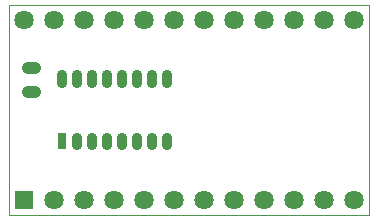
<source format=gts>
G75*
%MOIN*%
%OFA0B0*%
%FSLAX25Y25*%
%IPPOS*%
%LPD*%
%AMOC8*
5,1,8,0,0,1.08239X$1,22.5*
%
%ADD10C,0.00000*%
%ADD11C,0.04059*%
%ADD12R,0.06406X0.06406*%
%ADD13C,0.06406*%
%ADD14R,0.02862X0.05618*%
%ADD15C,0.02834*%
D10*
X0001250Y0001000D02*
X0001250Y0071000D01*
X0121250Y0071000D01*
X0121250Y0001000D01*
X0001250Y0001000D01*
D11*
X0009971Y0042029D02*
X0009971Y0042071D01*
X0009971Y0042029D02*
X0007529Y0042029D01*
X0007529Y0042071D01*
X0009971Y0042071D01*
X0009971Y0049929D02*
X0009971Y0049971D01*
X0009971Y0049929D02*
X0007529Y0049929D01*
X0007529Y0049971D01*
X0009971Y0049971D01*
D12*
X0006250Y0006000D03*
D13*
X0016250Y0006000D03*
X0026250Y0006000D03*
X0036250Y0006000D03*
X0046250Y0006000D03*
X0056250Y0006000D03*
X0066250Y0006000D03*
X0076250Y0006000D03*
X0086250Y0006000D03*
X0096250Y0006000D03*
X0106250Y0006000D03*
X0116250Y0006000D03*
X0116250Y0066000D03*
X0106250Y0066000D03*
X0096250Y0066000D03*
X0086250Y0066000D03*
X0076250Y0066000D03*
X0066250Y0066000D03*
X0056250Y0066000D03*
X0046250Y0066000D03*
X0036250Y0066000D03*
X0026250Y0066000D03*
X0016250Y0066000D03*
X0006250Y0066000D03*
D14*
X0018750Y0025567D03*
D15*
X0023764Y0026959D02*
X0023764Y0024175D01*
X0023736Y0024175D01*
X0023736Y0026959D01*
X0023764Y0026959D01*
X0028764Y0026959D02*
X0028764Y0024175D01*
X0028736Y0024175D01*
X0028736Y0026959D01*
X0028764Y0026959D01*
X0033764Y0026959D02*
X0033764Y0024175D01*
X0033736Y0024175D01*
X0033736Y0026959D01*
X0033764Y0026959D01*
X0038764Y0026959D02*
X0038764Y0024175D01*
X0038736Y0024175D01*
X0038736Y0026959D01*
X0038764Y0026959D01*
X0043764Y0026959D02*
X0043764Y0024175D01*
X0043736Y0024175D01*
X0043736Y0026959D01*
X0043764Y0026959D01*
X0048764Y0026959D02*
X0048764Y0024175D01*
X0048736Y0024175D01*
X0048736Y0026959D01*
X0048764Y0026959D01*
X0053764Y0026959D02*
X0053764Y0024175D01*
X0053736Y0024175D01*
X0053736Y0026959D01*
X0053764Y0026959D01*
X0053764Y0045041D02*
X0053764Y0047825D01*
X0053764Y0045041D02*
X0053736Y0045041D01*
X0053736Y0047825D01*
X0053764Y0047825D01*
X0048764Y0047825D02*
X0048764Y0045041D01*
X0048736Y0045041D01*
X0048736Y0047825D01*
X0048764Y0047825D01*
X0043764Y0047825D02*
X0043764Y0045041D01*
X0043736Y0045041D01*
X0043736Y0047825D01*
X0043764Y0047825D01*
X0038764Y0047825D02*
X0038764Y0045041D01*
X0038736Y0045041D01*
X0038736Y0047825D01*
X0038764Y0047825D01*
X0033764Y0047825D02*
X0033764Y0045041D01*
X0033736Y0045041D01*
X0033736Y0047825D01*
X0033764Y0047825D01*
X0028764Y0047825D02*
X0028764Y0045041D01*
X0028736Y0045041D01*
X0028736Y0047825D01*
X0028764Y0047825D01*
X0023764Y0047825D02*
X0023764Y0045041D01*
X0023736Y0045041D01*
X0023736Y0047825D01*
X0023764Y0047825D01*
X0018764Y0047825D02*
X0018764Y0045041D01*
X0018736Y0045041D01*
X0018736Y0047825D01*
X0018764Y0047825D01*
M02*

</source>
